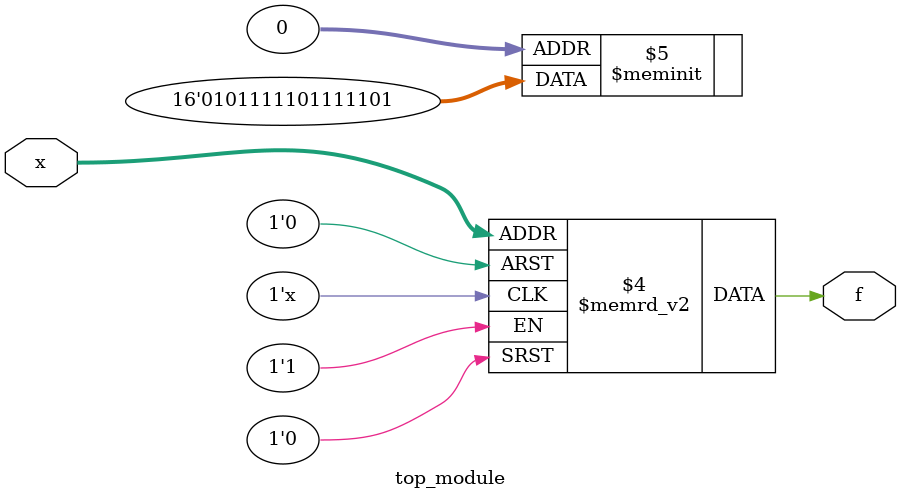
<source format=sv>
module top_module (
    input [4:1] x,
    output logic f
);

always_comb begin
    case (x)
        4'b0001: f = 0;
        4'b0011: f = 1;
        4'b0101: f = 1;
        4'b0111: f = 0;
        4'b1001: f = 1;
        4'b1011: f = 1;
        4'b1101: f = 0;
        4'b1111: f = 0;
        default: f = 1;
    endcase
end

endmodule

</source>
